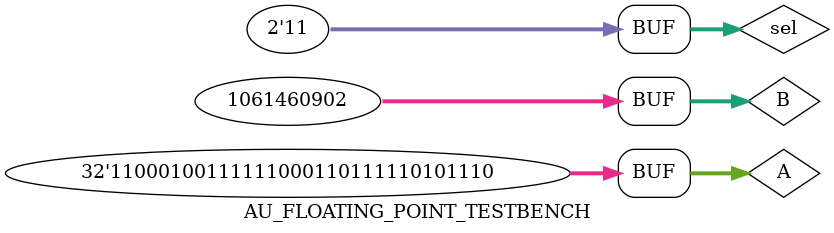
<source format=v>
module AU_FLOATING_POINT_TESTBENCH;
	reg [31:0] A,B;
	reg [1:0]sel;

	wire [31:0]result;
	wire underflag,overflag;

	AU_FLOATING_POINT uut(A,B,sel,overflag,underflag,result);

	initial begin
////////////////////////////////


		A=32'h00000000;
		B=32'h00000000;
		sel=2'b00;
	#100
		A=32'h00000000;
		B=32'h00000000;
		sel=2'b01;
	#100
		A=32'h00000000;
		B=32'h00000000;
		sel=2'b10;
	#100
		A=32'h00000000;
		B=32'h00000000;
		sel=2'b11;
	#100
//////////////////////////////////////
		A=32'h00000000;
		B=32'hFF800000;
		sel=2'b00;
		#100
		A=32'h00000000;
		B=32'hFF800000;
		sel=2'b01;
		#100
		A=32'h00000000;
		B=32'hFF800000;
		sel=2'b10;
		#100
		A=32'h00000000;
		B=32'hFF800000;
		sel=2'b11;
		#100
/////////////////////////////////////////\
		A=32'hFF800000;
		B=32'h7F800000;
		sel=2'b00;
		#100
		A=32'hFF800000;
		B=32'h7F800000;
		sel=2'b01;
		#100
		A=32'hFF800000;
		B=32'h7F800000;
		sel=2'b10;
		#100
		A=32'hFF800000;
		B=32'h7F800000;
		sel=2'b11;
		#100
//////////////////////////////////////////////
		A=32'hFF800000;
		B=32'h00000000;
		sel=2'b00;
		#100
		A=32'hFF800000;
		B=32'h00000000;
		sel=2'b01;
		#100
		A=32'hFF800000;
		B=32'h00000000;
		sel=2'b10;
		#100
		A=32'hFF800000;
		B=32'h00000000;
		sel=2'b11;
		#100	
////////////////////////////////////////////////////
		A=32'h44fc6000; //2019
		B=32'hc4f9e000; //-1999
		sel=2'b00;
		#100
		A=32'h44fc6000; //2019
		B=32'hc4f9e000; //-1999
		sel=2'b01;
		#100
		A=32'h44fc6000; //2019
		B=32'hc4f9e000; //-1999
		sel=2'b10;
		#100
		A=32'h44fc6000; //2019
		B=32'hc4f9e000; //-1999
		sel=2'b11;
		#100
		
//////////////////////////////////////////////////////////
		A=32'hc4fc6fae;
		B=32'h3f449ba6;
		sel=2'b00;
		#100
		A=32'hc4fc6fae;
		B=32'h3f449ba6;
		sel=2'b01;
		#100
		A=32'hc4fc6fae;
		B=32'h3f449ba6;
		sel=2'b10;
		#100
		A=32'hc4fc6fae;
		B=32'h3f449ba6;
		sel=2'b11;
		#100

		A=32'b01001100000000000000000000000000; //2^25
		B=32'b01000000000000000000000000000000 ; //2
		sel=2'b01;

		#100

		B=32'b01001100000000000000000000000000; //2^25
		A=32'b01000000000000000000000000000000 ; //2
		sel=2'b01;

		#100
		A=32'hc05f5c29;
		B=32'b01000010110010010000111101011100;
		sel=2'b10;

		#100
		A=32'hc4b772e1;
		B=32'h3f2dd2f2;
		sel=2'b10;

		#100
		A=32'h3dfbe76d;
		B=32'h3f2d9168;
		sel=2'b10;

		#100
		A=32'b01111011111000000000000000000000;
		B=32'b01110001110101000000000000000000;
		sel=2'b10;


	#100
///////////////////////////////////////////////////////////
		A=32'hc4fc6fae;
		B=32'h3f449ba6;
		sel=2'b11;
	end

endmodule

</source>
